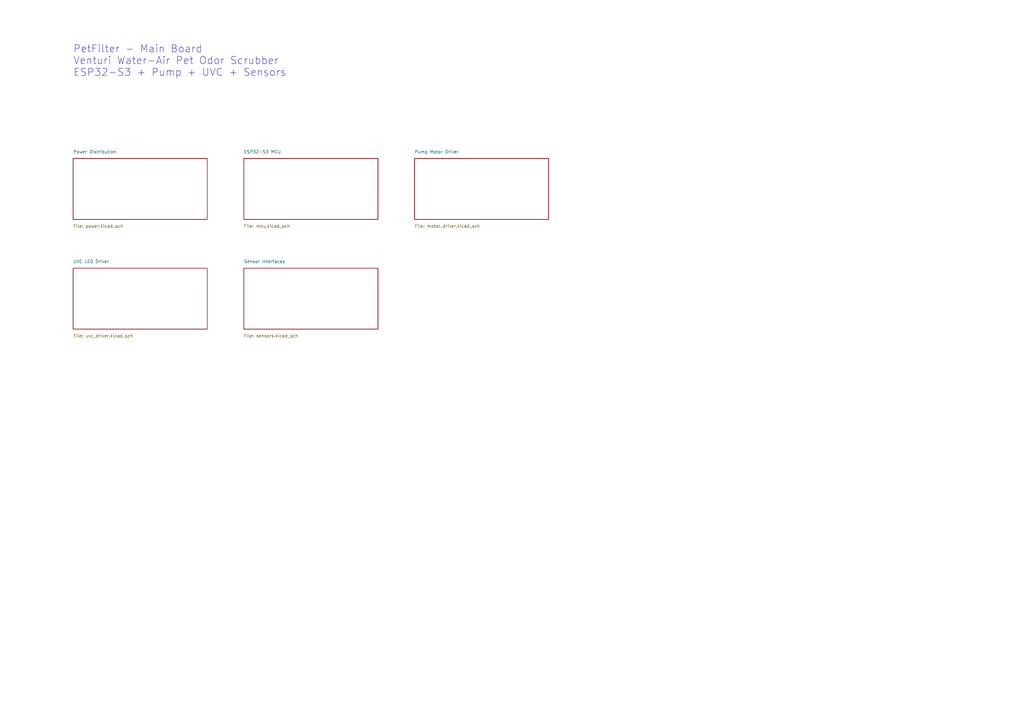
<source format=kicad_sch>
(kicad_sch
  (version 20231120)
  (generator "petfilter_schgen")
  (generator_version "1.0")
  (uuid "e63e39d7-6ac0-4ffd-8aa3-1841a4541b55")
  (paper "A3")
  (title_block (title "PetFilter - Main Board")(date "2026-02-15")(rev "0.1")(company "PetFilter"))
  (lib_symbols)
  (text "PetFilter - Main Board\nVenturi Water-Air Pet Odor Scrubber\nESP32-S3 + Pump + UVC + Sensors" (at 30.00 25.00 0)
    (effects (font (size 3.00 3.00)) (justify left))
    (uuid "b0000001-0000-4000-8000-000000000001")
  )
  (sheet (at 30 65) (size 55 25)
    (stroke (width 0.2)(type default))
    (fill (color 255 255 255 0.0))
    (uuid "a0000001-0000-4000-8000-000000000001")
    (property "Sheetname" "Power Distribution" (at 30 63 0)(effects (font (size 1.27 1.27))(justify left bottom)))
    (property "Sheetfile" "power.kicad_sch" (at 30 92 0)(effects (font (size 1.27 1.27))(justify left top))))
  (sheet (at 100 65) (size 55 25)
    (stroke (width 0.2)(type default))
    (fill (color 255 255 255 0.0))
    (uuid "a0000002-0000-4000-8000-000000000002")
    (property "Sheetname" "ESP32-S3 MCU" (at 100 63 0)(effects (font (size 1.27 1.27))(justify left bottom)))
    (property "Sheetfile" "mcu.kicad_sch" (at 100 92 0)(effects (font (size 1.27 1.27))(justify left top))))
  (sheet (at 170 65) (size 55 25)
    (stroke (width 0.2)(type default))
    (fill (color 255 255 255 0.0))
    (uuid "a0000003-0000-4000-8000-000000000003")
    (property "Sheetname" "Pump Motor Driver" (at 170 63 0)(effects (font (size 1.27 1.27))(justify left bottom)))
    (property "Sheetfile" "motor_driver.kicad_sch" (at 170 92 0)(effects (font (size 1.27 1.27))(justify left top))))
  (sheet (at 30 110) (size 55 25)
    (stroke (width 0.2)(type default))
    (fill (color 255 255 255 0.0))
    (uuid "a0000004-0000-4000-8000-000000000004")
    (property "Sheetname" "UVC LED Driver" (at 30 108 0)(effects (font (size 1.27 1.27))(justify left bottom)))
    (property "Sheetfile" "uvc_driver.kicad_sch" (at 30 137 0)(effects (font (size 1.27 1.27))(justify left top))))
  (sheet (at 100 110) (size 55 25)
    (stroke (width 0.2)(type default))
    (fill (color 255 255 255 0.0))
    (uuid "a0000005-0000-4000-8000-000000000005")
    (property "Sheetname" "Sensor Interfaces" (at 100 108 0)(effects (font (size 1.27 1.27))(justify left bottom)))
    (property "Sheetfile" "sensors.kicad_sch" (at 100 137 0)(effects (font (size 1.27 1.27))(justify left top))))
  (sheet_instances
    (path "/e63e39d7-6ac0-4ffd-8aa3-1841a4541b55" (page "1"))
    (path "/e63e39d7-6ac0-4ffd-8aa3-1841a4541b55/a0000001-0000-4000-8000-000000000001" (page "2"))
    (path "/e63e39d7-6ac0-4ffd-8aa3-1841a4541b55/a0000002-0000-4000-8000-000000000002" (page "3"))
    (path "/e63e39d7-6ac0-4ffd-8aa3-1841a4541b55/a0000003-0000-4000-8000-000000000003" (page "4"))
    (path "/e63e39d7-6ac0-4ffd-8aa3-1841a4541b55/a0000004-0000-4000-8000-000000000004" (page "5"))
    (path "/e63e39d7-6ac0-4ffd-8aa3-1841a4541b55/a0000005-0000-4000-8000-000000000005" (page "6"))
  )
)
</source>
